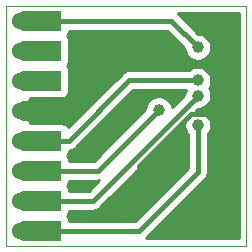
<source format=gbr>
%TF.GenerationSoftware,KiCad,Pcbnew,(5.1.9)-1*%
%TF.CreationDate,2021-06-01T13:49:10+02:00*%
%TF.ProjectId,17_CAN_Controller,31375f43-414e-45f4-936f-6e74726f6c6c,rev?*%
%TF.SameCoordinates,Original*%
%TF.FileFunction,Copper,L2,Bot*%
%TF.FilePolarity,Positive*%
%FSLAX46Y46*%
G04 Gerber Fmt 4.6, Leading zero omitted, Abs format (unit mm)*
G04 Created by KiCad (PCBNEW (5.1.9)-1) date 2021-06-01 13:49:10*
%MOMM*%
%LPD*%
G01*
G04 APERTURE LIST*
%TA.AperFunction,Profile*%
%ADD10C,0.050000*%
%TD*%
%TA.AperFunction,ComponentPad*%
%ADD11C,1.524000*%
%TD*%
%TA.AperFunction,ComponentPad*%
%ADD12C,0.100000*%
%TD*%
%TA.AperFunction,ViaPad*%
%ADD13C,1.000000*%
%TD*%
%TA.AperFunction,Conductor*%
%ADD14C,0.400000*%
%TD*%
%TA.AperFunction,Conductor*%
%ADD15C,0.254000*%
%TD*%
%TA.AperFunction,Conductor*%
%ADD16C,0.100000*%
%TD*%
G04 APERTURE END LIST*
D10*
X100330000Y-82550000D02*
X120650000Y-82550000D01*
X100330000Y-62230000D02*
X101600000Y-62230000D01*
X100330000Y-64770000D02*
X100330000Y-62230000D01*
X100330000Y-72390000D02*
X100330000Y-67310000D01*
X120650000Y-62230000D02*
X120650000Y-82550000D01*
X101600000Y-62230000D02*
X120650000Y-62230000D01*
X100330000Y-80010000D02*
X100330000Y-82550000D01*
X100330000Y-64770000D02*
X100330000Y-67310000D01*
X100330000Y-80010000D02*
X100330000Y-72390000D01*
D11*
%TO.P,J2,1*%
%TO.N,CAN_RX*%
X101600000Y-68580000D03*
%TA.AperFunction,ComponentPad*%
D12*
G36*
X101928132Y-69429917D02*
G01*
X101845251Y-69424703D01*
X101763275Y-69411425D01*
X101682986Y-69390212D01*
X101605149Y-69361265D01*
X101530509Y-69324861D01*
X101459778Y-69281346D01*
X101393631Y-69231138D01*
X101332698Y-69174714D01*
X101277563Y-69112613D01*
X101228750Y-69045429D01*
X101186727Y-68973802D01*
X101151894Y-68898416D01*
X101124583Y-68819990D01*
X101105056Y-68739274D01*
X101093498Y-68657038D01*
X101090021Y-68574066D01*
X101094656Y-68491151D01*
X101107361Y-68409084D01*
X101128013Y-68328648D01*
X101156416Y-68250612D01*
X101192299Y-68175719D01*
X101235318Y-68104686D01*
X101285064Y-68038190D01*
X101341061Y-67976865D01*
X101402775Y-67921297D01*
X101469617Y-67872017D01*
X101540949Y-67829495D01*
X101616090Y-67794136D01*
X101694323Y-67766278D01*
X101774901Y-67746188D01*
X101857055Y-67734057D01*
X101940000Y-67730000D01*
X104990000Y-67730000D01*
X104990000Y-69430000D01*
X101940000Y-69430000D01*
X101928132Y-69429917D01*
G37*
%TD.AperFunction*%
%TD*%
D11*
%TO.P,J3,1*%
%TO.N,GND*%
X101600000Y-71120000D03*
%TA.AperFunction,ComponentPad*%
D12*
G36*
X101928132Y-71969917D02*
G01*
X101845251Y-71964703D01*
X101763275Y-71951425D01*
X101682986Y-71930212D01*
X101605149Y-71901265D01*
X101530509Y-71864861D01*
X101459778Y-71821346D01*
X101393631Y-71771138D01*
X101332698Y-71714714D01*
X101277563Y-71652613D01*
X101228750Y-71585429D01*
X101186727Y-71513802D01*
X101151894Y-71438416D01*
X101124583Y-71359990D01*
X101105056Y-71279274D01*
X101093498Y-71197038D01*
X101090021Y-71114066D01*
X101094656Y-71031151D01*
X101107361Y-70949084D01*
X101128013Y-70868648D01*
X101156416Y-70790612D01*
X101192299Y-70715719D01*
X101235318Y-70644686D01*
X101285064Y-70578190D01*
X101341061Y-70516865D01*
X101402775Y-70461297D01*
X101469617Y-70412017D01*
X101540949Y-70369495D01*
X101616090Y-70334136D01*
X101694323Y-70306278D01*
X101774901Y-70286188D01*
X101857055Y-70274057D01*
X101940000Y-70270000D01*
X104990000Y-70270000D01*
X104990000Y-71970000D01*
X101940000Y-71970000D01*
X101928132Y-71969917D01*
G37*
%TD.AperFunction*%
%TD*%
D11*
%TO.P,J5,1*%
%TO.N,5V*%
X101600000Y-63500000D03*
%TA.AperFunction,ComponentPad*%
D12*
G36*
X101928132Y-64349917D02*
G01*
X101845251Y-64344703D01*
X101763275Y-64331425D01*
X101682986Y-64310212D01*
X101605149Y-64281265D01*
X101530509Y-64244861D01*
X101459778Y-64201346D01*
X101393631Y-64151138D01*
X101332698Y-64094714D01*
X101277563Y-64032613D01*
X101228750Y-63965429D01*
X101186727Y-63893802D01*
X101151894Y-63818416D01*
X101124583Y-63739990D01*
X101105056Y-63659274D01*
X101093498Y-63577038D01*
X101090021Y-63494066D01*
X101094656Y-63411151D01*
X101107361Y-63329084D01*
X101128013Y-63248648D01*
X101156416Y-63170612D01*
X101192299Y-63095719D01*
X101235318Y-63024686D01*
X101285064Y-62958190D01*
X101341061Y-62896865D01*
X101402775Y-62841297D01*
X101469617Y-62792017D01*
X101540949Y-62749495D01*
X101616090Y-62714136D01*
X101694323Y-62686278D01*
X101774901Y-62666188D01*
X101857055Y-62654057D01*
X101940000Y-62650000D01*
X104990000Y-62650000D01*
X104990000Y-64350000D01*
X101940000Y-64350000D01*
X101928132Y-64349917D01*
G37*
%TD.AperFunction*%
%TD*%
D11*
%TO.P,J1,1*%
%TO.N,CAN_TX*%
X101600000Y-66040000D03*
%TA.AperFunction,ComponentPad*%
D12*
G36*
X101928132Y-66889917D02*
G01*
X101845251Y-66884703D01*
X101763275Y-66871425D01*
X101682986Y-66850212D01*
X101605149Y-66821265D01*
X101530509Y-66784861D01*
X101459778Y-66741346D01*
X101393631Y-66691138D01*
X101332698Y-66634714D01*
X101277563Y-66572613D01*
X101228750Y-66505429D01*
X101186727Y-66433802D01*
X101151894Y-66358416D01*
X101124583Y-66279990D01*
X101105056Y-66199274D01*
X101093498Y-66117038D01*
X101090021Y-66034066D01*
X101094656Y-65951151D01*
X101107361Y-65869084D01*
X101128013Y-65788648D01*
X101156416Y-65710612D01*
X101192299Y-65635719D01*
X101235318Y-65564686D01*
X101285064Y-65498190D01*
X101341061Y-65436865D01*
X101402775Y-65381297D01*
X101469617Y-65332017D01*
X101540949Y-65289495D01*
X101616090Y-65254136D01*
X101694323Y-65226278D01*
X101774901Y-65206188D01*
X101857055Y-65194057D01*
X101940000Y-65190000D01*
X104990000Y-65190000D01*
X104990000Y-66890000D01*
X101940000Y-66890000D01*
X101928132Y-66889917D01*
G37*
%TD.AperFunction*%
%TD*%
D11*
%TO.P,J8,1*%
%TO.N,MISO*%
X101600000Y-78740000D03*
%TA.AperFunction,ComponentPad*%
D12*
G36*
X101928132Y-79589917D02*
G01*
X101845251Y-79584703D01*
X101763275Y-79571425D01*
X101682986Y-79550212D01*
X101605149Y-79521265D01*
X101530509Y-79484861D01*
X101459778Y-79441346D01*
X101393631Y-79391138D01*
X101332698Y-79334714D01*
X101277563Y-79272613D01*
X101228750Y-79205429D01*
X101186727Y-79133802D01*
X101151894Y-79058416D01*
X101124583Y-78979990D01*
X101105056Y-78899274D01*
X101093498Y-78817038D01*
X101090021Y-78734066D01*
X101094656Y-78651151D01*
X101107361Y-78569084D01*
X101128013Y-78488648D01*
X101156416Y-78410612D01*
X101192299Y-78335719D01*
X101235318Y-78264686D01*
X101285064Y-78198190D01*
X101341061Y-78136865D01*
X101402775Y-78081297D01*
X101469617Y-78032017D01*
X101540949Y-77989495D01*
X101616090Y-77954136D01*
X101694323Y-77926278D01*
X101774901Y-77906188D01*
X101857055Y-77894057D01*
X101940000Y-77890000D01*
X104990000Y-77890000D01*
X104990000Y-79590000D01*
X101940000Y-79590000D01*
X101928132Y-79589917D01*
G37*
%TD.AperFunction*%
%TD*%
D11*
%TO.P,J9,1*%
%TO.N,SCK*%
X101600000Y-81280000D03*
%TA.AperFunction,ComponentPad*%
D12*
G36*
X101928132Y-82129917D02*
G01*
X101845251Y-82124703D01*
X101763275Y-82111425D01*
X101682986Y-82090212D01*
X101605149Y-82061265D01*
X101530509Y-82024861D01*
X101459778Y-81981346D01*
X101393631Y-81931138D01*
X101332698Y-81874714D01*
X101277563Y-81812613D01*
X101228750Y-81745429D01*
X101186727Y-81673802D01*
X101151894Y-81598416D01*
X101124583Y-81519990D01*
X101105056Y-81439274D01*
X101093498Y-81357038D01*
X101090021Y-81274066D01*
X101094656Y-81191151D01*
X101107361Y-81109084D01*
X101128013Y-81028648D01*
X101156416Y-80950612D01*
X101192299Y-80875719D01*
X101235318Y-80804686D01*
X101285064Y-80738190D01*
X101341061Y-80676865D01*
X101402775Y-80621297D01*
X101469617Y-80572017D01*
X101540949Y-80529495D01*
X101616090Y-80494136D01*
X101694323Y-80466278D01*
X101774901Y-80446188D01*
X101857055Y-80434057D01*
X101940000Y-80430000D01*
X104990000Y-80430000D01*
X104990000Y-82130000D01*
X101940000Y-82130000D01*
X101928132Y-82129917D01*
G37*
%TD.AperFunction*%
%TD*%
D11*
%TO.P,J6,1*%
%TO.N,CS*%
X101600000Y-73660000D03*
%TA.AperFunction,ComponentPad*%
D12*
G36*
X101928132Y-74509917D02*
G01*
X101845251Y-74504703D01*
X101763275Y-74491425D01*
X101682986Y-74470212D01*
X101605149Y-74441265D01*
X101530509Y-74404861D01*
X101459778Y-74361346D01*
X101393631Y-74311138D01*
X101332698Y-74254714D01*
X101277563Y-74192613D01*
X101228750Y-74125429D01*
X101186727Y-74053802D01*
X101151894Y-73978416D01*
X101124583Y-73899990D01*
X101105056Y-73819274D01*
X101093498Y-73737038D01*
X101090021Y-73654066D01*
X101094656Y-73571151D01*
X101107361Y-73489084D01*
X101128013Y-73408648D01*
X101156416Y-73330612D01*
X101192299Y-73255719D01*
X101235318Y-73184686D01*
X101285064Y-73118190D01*
X101341061Y-73056865D01*
X101402775Y-73001297D01*
X101469617Y-72952017D01*
X101540949Y-72909495D01*
X101616090Y-72874136D01*
X101694323Y-72846278D01*
X101774901Y-72826188D01*
X101857055Y-72814057D01*
X101940000Y-72810000D01*
X104990000Y-72810000D01*
X104990000Y-74510000D01*
X101940000Y-74510000D01*
X101928132Y-74509917D01*
G37*
%TD.AperFunction*%
%TD*%
D11*
%TO.P,J7,1*%
%TO.N,MOSI*%
X101600000Y-76200000D03*
%TA.AperFunction,ComponentPad*%
D12*
G36*
X101928132Y-77049917D02*
G01*
X101845251Y-77044703D01*
X101763275Y-77031425D01*
X101682986Y-77010212D01*
X101605149Y-76981265D01*
X101530509Y-76944861D01*
X101459778Y-76901346D01*
X101393631Y-76851138D01*
X101332698Y-76794714D01*
X101277563Y-76732613D01*
X101228750Y-76665429D01*
X101186727Y-76593802D01*
X101151894Y-76518416D01*
X101124583Y-76439990D01*
X101105056Y-76359274D01*
X101093498Y-76277038D01*
X101090021Y-76194066D01*
X101094656Y-76111151D01*
X101107361Y-76029084D01*
X101128013Y-75948648D01*
X101156416Y-75870612D01*
X101192299Y-75795719D01*
X101235318Y-75724686D01*
X101285064Y-75658190D01*
X101341061Y-75596865D01*
X101402775Y-75541297D01*
X101469617Y-75492017D01*
X101540949Y-75449495D01*
X101616090Y-75414136D01*
X101694323Y-75386278D01*
X101774901Y-75366188D01*
X101857055Y-75354057D01*
X101940000Y-75350000D01*
X104990000Y-75350000D01*
X104990000Y-77050000D01*
X101940000Y-77050000D01*
X101928132Y-77049917D01*
G37*
%TD.AperFunction*%
%TD*%
D13*
%TO.N,GND*%
X116740000Y-81040000D03*
X115840000Y-63340000D03*
X111590000Y-76590000D03*
X106540000Y-74840000D03*
X106540000Y-77540000D03*
X106540000Y-80140000D03*
%TO.N,5V*%
X116540000Y-65740000D03*
%TO.N,CS*%
X116540000Y-68540000D03*
%TO.N,MOSI*%
X113240000Y-71040000D03*
%TO.N,MISO*%
X116540000Y-69840000D03*
%TO.N,SCK*%
X116540000Y-72340000D03*
%TD*%
D14*
%TO.N,GND*%
X116740000Y-81040000D02*
X118140000Y-81040000D01*
X118140000Y-81040000D02*
X119240000Y-79940000D01*
X119240000Y-65040000D02*
X118140000Y-63940000D01*
X116440000Y-63940000D02*
X115840000Y-63340000D01*
X118140000Y-63940000D02*
X116440000Y-63940000D01*
X111590000Y-76590000D02*
X111590000Y-75790000D01*
X119140001Y-71439999D02*
X119240000Y-71340000D01*
X115940001Y-71439999D02*
X119140001Y-71439999D01*
X111590000Y-75790000D02*
X115940001Y-71439999D01*
X119240000Y-79940000D02*
X119240000Y-71340000D01*
X104140000Y-71120000D02*
X106060000Y-71120000D01*
X109840000Y-67340000D02*
X119240000Y-67340000D01*
X106060000Y-71120000D02*
X109840000Y-67340000D01*
X119240000Y-67340000D02*
X119240000Y-65040000D01*
X119240000Y-71340000D02*
X119240000Y-67340000D01*
%TO.N,5V*%
X114300000Y-63500000D02*
X104140000Y-63500000D01*
X116540000Y-65740000D02*
X114300000Y-63500000D01*
%TO.N,CS*%
X105620000Y-73660000D02*
X104140000Y-73660000D01*
X110740000Y-68540000D02*
X105620000Y-73660000D01*
X116540000Y-68540000D02*
X110740000Y-68540000D01*
%TO.N,MOSI*%
X108080000Y-76200000D02*
X104140000Y-76200000D01*
X113240000Y-71040000D02*
X108080000Y-76200000D01*
%TO.N,MISO*%
X107640000Y-78740000D02*
X104140000Y-78740000D01*
X116540000Y-69840000D02*
X107640000Y-78740000D01*
%TO.N,SCK*%
X107600000Y-81280000D02*
X104140000Y-81280000D01*
X116540000Y-72340000D02*
X116540000Y-76340000D01*
X111600000Y-81280000D02*
X107600000Y-81280000D01*
X116540000Y-76340000D02*
X111600000Y-81280000D01*
%TD*%
D15*
%TO.N,GND*%
X119990001Y-81890000D02*
X112172931Y-81890000D01*
X112193291Y-81873291D01*
X112219446Y-81841421D01*
X117101427Y-76959441D01*
X117133291Y-76933291D01*
X117237636Y-76806146D01*
X117315172Y-76661087D01*
X117362918Y-76503689D01*
X117375000Y-76381019D01*
X117379040Y-76340000D01*
X117375000Y-76298982D01*
X117375000Y-73110132D01*
X117421612Y-73063520D01*
X117545824Y-72877624D01*
X117631383Y-72671067D01*
X117675000Y-72451788D01*
X117675000Y-72228212D01*
X117631383Y-72008933D01*
X117545824Y-71802376D01*
X117421612Y-71616480D01*
X117263520Y-71458388D01*
X117077624Y-71334176D01*
X116871067Y-71248617D01*
X116651788Y-71205000D01*
X116428212Y-71205000D01*
X116337906Y-71222963D01*
X116585869Y-70975000D01*
X116651788Y-70975000D01*
X116871067Y-70931383D01*
X117077624Y-70845824D01*
X117263520Y-70721612D01*
X117421612Y-70563520D01*
X117545824Y-70377624D01*
X117631383Y-70171067D01*
X117675000Y-69951788D01*
X117675000Y-69728212D01*
X117631383Y-69508933D01*
X117545824Y-69302376D01*
X117470737Y-69190000D01*
X117545824Y-69077624D01*
X117631383Y-68871067D01*
X117675000Y-68651788D01*
X117675000Y-68428212D01*
X117631383Y-68208933D01*
X117545824Y-68002376D01*
X117421612Y-67816480D01*
X117263520Y-67658388D01*
X117077624Y-67534176D01*
X116871067Y-67448617D01*
X116651788Y-67405000D01*
X116428212Y-67405000D01*
X116208933Y-67448617D01*
X116002376Y-67534176D01*
X115816480Y-67658388D01*
X115769868Y-67705000D01*
X110781007Y-67705000D01*
X110739999Y-67700961D01*
X110698991Y-67705000D01*
X110698981Y-67705000D01*
X110576311Y-67717082D01*
X110418913Y-67764828D01*
X110273854Y-67842364D01*
X110146709Y-67946709D01*
X110120559Y-67978573D01*
X105563413Y-72535720D01*
X105520537Y-72455506D01*
X105441185Y-72358815D01*
X105344494Y-72279463D01*
X105234180Y-72220498D01*
X105114482Y-72184188D01*
X104990000Y-72171928D01*
X102361867Y-72171928D01*
X102385960Y-72085565D01*
X101600000Y-71299605D01*
X101585858Y-71313748D01*
X101406253Y-71134143D01*
X101420395Y-71120000D01*
X101779605Y-71120000D01*
X102565565Y-71905960D01*
X102805656Y-71838980D01*
X102922756Y-71589952D01*
X102989023Y-71322865D01*
X103001910Y-71047983D01*
X102960922Y-70775867D01*
X102867636Y-70516977D01*
X102805656Y-70401020D01*
X102565565Y-70334040D01*
X101779605Y-71120000D01*
X101420395Y-71120000D01*
X101406253Y-71105858D01*
X101585858Y-70926253D01*
X101600000Y-70940395D01*
X102385960Y-70154435D01*
X102361867Y-70068072D01*
X104990000Y-70068072D01*
X105114482Y-70055812D01*
X105234180Y-70019502D01*
X105344494Y-69960537D01*
X105441185Y-69881185D01*
X105520537Y-69784494D01*
X105579502Y-69674180D01*
X105615812Y-69554482D01*
X105628072Y-69430000D01*
X105628072Y-67730000D01*
X105615812Y-67605518D01*
X105579502Y-67485820D01*
X105520537Y-67375506D01*
X105466778Y-67310000D01*
X105520537Y-67244494D01*
X105579502Y-67134180D01*
X105615812Y-67014482D01*
X105628072Y-66890000D01*
X105628072Y-65190000D01*
X105615812Y-65065518D01*
X105579502Y-64945820D01*
X105520537Y-64835506D01*
X105466778Y-64770000D01*
X105520537Y-64704494D01*
X105579502Y-64594180D01*
X105615812Y-64474482D01*
X105628072Y-64350000D01*
X105628072Y-64335000D01*
X113954133Y-64335000D01*
X115405000Y-65785868D01*
X115405000Y-65851788D01*
X115448617Y-66071067D01*
X115534176Y-66277624D01*
X115658388Y-66463520D01*
X115816480Y-66621612D01*
X116002376Y-66745824D01*
X116208933Y-66831383D01*
X116428212Y-66875000D01*
X116651788Y-66875000D01*
X116871067Y-66831383D01*
X117077624Y-66745824D01*
X117263520Y-66621612D01*
X117421612Y-66463520D01*
X117545824Y-66277624D01*
X117631383Y-66071067D01*
X117675000Y-65851788D01*
X117675000Y-65628212D01*
X117631383Y-65408933D01*
X117545824Y-65202376D01*
X117421612Y-65016480D01*
X117263520Y-64858388D01*
X117077624Y-64734176D01*
X116871067Y-64648617D01*
X116651788Y-64605000D01*
X116585868Y-64605000D01*
X114919446Y-62938579D01*
X114893291Y-62906709D01*
X114872931Y-62890000D01*
X119990000Y-62890000D01*
X119990001Y-81890000D01*
%TA.AperFunction,Conductor*%
D16*
G36*
X119990001Y-81890000D02*
G01*
X112172931Y-81890000D01*
X112193291Y-81873291D01*
X112219446Y-81841421D01*
X117101427Y-76959441D01*
X117133291Y-76933291D01*
X117237636Y-76806146D01*
X117315172Y-76661087D01*
X117362918Y-76503689D01*
X117375000Y-76381019D01*
X117379040Y-76340000D01*
X117375000Y-76298982D01*
X117375000Y-73110132D01*
X117421612Y-73063520D01*
X117545824Y-72877624D01*
X117631383Y-72671067D01*
X117675000Y-72451788D01*
X117675000Y-72228212D01*
X117631383Y-72008933D01*
X117545824Y-71802376D01*
X117421612Y-71616480D01*
X117263520Y-71458388D01*
X117077624Y-71334176D01*
X116871067Y-71248617D01*
X116651788Y-71205000D01*
X116428212Y-71205000D01*
X116337906Y-71222963D01*
X116585869Y-70975000D01*
X116651788Y-70975000D01*
X116871067Y-70931383D01*
X117077624Y-70845824D01*
X117263520Y-70721612D01*
X117421612Y-70563520D01*
X117545824Y-70377624D01*
X117631383Y-70171067D01*
X117675000Y-69951788D01*
X117675000Y-69728212D01*
X117631383Y-69508933D01*
X117545824Y-69302376D01*
X117470737Y-69190000D01*
X117545824Y-69077624D01*
X117631383Y-68871067D01*
X117675000Y-68651788D01*
X117675000Y-68428212D01*
X117631383Y-68208933D01*
X117545824Y-68002376D01*
X117421612Y-67816480D01*
X117263520Y-67658388D01*
X117077624Y-67534176D01*
X116871067Y-67448617D01*
X116651788Y-67405000D01*
X116428212Y-67405000D01*
X116208933Y-67448617D01*
X116002376Y-67534176D01*
X115816480Y-67658388D01*
X115769868Y-67705000D01*
X110781007Y-67705000D01*
X110739999Y-67700961D01*
X110698991Y-67705000D01*
X110698981Y-67705000D01*
X110576311Y-67717082D01*
X110418913Y-67764828D01*
X110273854Y-67842364D01*
X110146709Y-67946709D01*
X110120559Y-67978573D01*
X105563413Y-72535720D01*
X105520537Y-72455506D01*
X105441185Y-72358815D01*
X105344494Y-72279463D01*
X105234180Y-72220498D01*
X105114482Y-72184188D01*
X104990000Y-72171928D01*
X102361867Y-72171928D01*
X102385960Y-72085565D01*
X101600000Y-71299605D01*
X101585858Y-71313748D01*
X101406253Y-71134143D01*
X101420395Y-71120000D01*
X101779605Y-71120000D01*
X102565565Y-71905960D01*
X102805656Y-71838980D01*
X102922756Y-71589952D01*
X102989023Y-71322865D01*
X103001910Y-71047983D01*
X102960922Y-70775867D01*
X102867636Y-70516977D01*
X102805656Y-70401020D01*
X102565565Y-70334040D01*
X101779605Y-71120000D01*
X101420395Y-71120000D01*
X101406253Y-71105858D01*
X101585858Y-70926253D01*
X101600000Y-70940395D01*
X102385960Y-70154435D01*
X102361867Y-70068072D01*
X104990000Y-70068072D01*
X105114482Y-70055812D01*
X105234180Y-70019502D01*
X105344494Y-69960537D01*
X105441185Y-69881185D01*
X105520537Y-69784494D01*
X105579502Y-69674180D01*
X105615812Y-69554482D01*
X105628072Y-69430000D01*
X105628072Y-67730000D01*
X105615812Y-67605518D01*
X105579502Y-67485820D01*
X105520537Y-67375506D01*
X105466778Y-67310000D01*
X105520537Y-67244494D01*
X105579502Y-67134180D01*
X105615812Y-67014482D01*
X105628072Y-66890000D01*
X105628072Y-65190000D01*
X105615812Y-65065518D01*
X105579502Y-64945820D01*
X105520537Y-64835506D01*
X105466778Y-64770000D01*
X105520537Y-64704494D01*
X105579502Y-64594180D01*
X105615812Y-64474482D01*
X105628072Y-64350000D01*
X105628072Y-64335000D01*
X113954133Y-64335000D01*
X115405000Y-65785868D01*
X115405000Y-65851788D01*
X115448617Y-66071067D01*
X115534176Y-66277624D01*
X115658388Y-66463520D01*
X115816480Y-66621612D01*
X116002376Y-66745824D01*
X116208933Y-66831383D01*
X116428212Y-66875000D01*
X116651788Y-66875000D01*
X116871067Y-66831383D01*
X117077624Y-66745824D01*
X117263520Y-66621612D01*
X117421612Y-66463520D01*
X117545824Y-66277624D01*
X117631383Y-66071067D01*
X117675000Y-65851788D01*
X117675000Y-65628212D01*
X117631383Y-65408933D01*
X117545824Y-65202376D01*
X117421612Y-65016480D01*
X117263520Y-64858388D01*
X117077624Y-64734176D01*
X116871067Y-64648617D01*
X116651788Y-64605000D01*
X116585868Y-64605000D01*
X114919446Y-62938579D01*
X114893291Y-62906709D01*
X114872931Y-62890000D01*
X119990000Y-62890000D01*
X119990001Y-81890000D01*
G37*
%TD.AperFunction*%
D15*
X115405000Y-72228212D02*
X115405000Y-72451788D01*
X115448617Y-72671067D01*
X115534176Y-72877624D01*
X115658388Y-73063520D01*
X115705000Y-73110132D01*
X115705001Y-75994131D01*
X111254133Y-80445000D01*
X105628072Y-80445000D01*
X105628072Y-80430000D01*
X105615812Y-80305518D01*
X105579502Y-80185820D01*
X105520537Y-80075506D01*
X105466778Y-80010000D01*
X105520537Y-79944494D01*
X105579502Y-79834180D01*
X105615812Y-79714482D01*
X105628072Y-79590000D01*
X105628072Y-79575000D01*
X107598982Y-79575000D01*
X107640000Y-79579040D01*
X107681018Y-79575000D01*
X107681019Y-79575000D01*
X107803689Y-79562918D01*
X107961087Y-79515172D01*
X108106146Y-79437636D01*
X108233291Y-79333291D01*
X108259446Y-79301421D01*
X115422963Y-72137906D01*
X115405000Y-72228212D01*
%TA.AperFunction,Conductor*%
D16*
G36*
X115405000Y-72228212D02*
G01*
X115405000Y-72451788D01*
X115448617Y-72671067D01*
X115534176Y-72877624D01*
X115658388Y-73063520D01*
X115705000Y-73110132D01*
X115705001Y-75994131D01*
X111254133Y-80445000D01*
X105628072Y-80445000D01*
X105628072Y-80430000D01*
X105615812Y-80305518D01*
X105579502Y-80185820D01*
X105520537Y-80075506D01*
X105466778Y-80010000D01*
X105520537Y-79944494D01*
X105579502Y-79834180D01*
X105615812Y-79714482D01*
X105628072Y-79590000D01*
X105628072Y-79575000D01*
X107598982Y-79575000D01*
X107640000Y-79579040D01*
X107681018Y-79575000D01*
X107681019Y-79575000D01*
X107803689Y-79562918D01*
X107961087Y-79515172D01*
X108106146Y-79437636D01*
X108233291Y-79333291D01*
X108259446Y-79301421D01*
X115422963Y-72137906D01*
X115405000Y-72228212D01*
G37*
%TD.AperFunction*%
D15*
X107294133Y-77905000D02*
X105628072Y-77905000D01*
X105628072Y-77890000D01*
X105615812Y-77765518D01*
X105579502Y-77645820D01*
X105520537Y-77535506D01*
X105466778Y-77470000D01*
X105520537Y-77404494D01*
X105579502Y-77294180D01*
X105615812Y-77174482D01*
X105628072Y-77050000D01*
X105628072Y-77035000D01*
X108038982Y-77035000D01*
X108080000Y-77039040D01*
X108121018Y-77035000D01*
X108121019Y-77035000D01*
X108168843Y-77030290D01*
X107294133Y-77905000D01*
%TA.AperFunction,Conductor*%
D16*
G36*
X107294133Y-77905000D02*
G01*
X105628072Y-77905000D01*
X105628072Y-77890000D01*
X105615812Y-77765518D01*
X105579502Y-77645820D01*
X105520537Y-77535506D01*
X105466778Y-77470000D01*
X105520537Y-77404494D01*
X105579502Y-77294180D01*
X105615812Y-77174482D01*
X105628072Y-77050000D01*
X105628072Y-77035000D01*
X108038982Y-77035000D01*
X108080000Y-77039040D01*
X108121018Y-77035000D01*
X108121019Y-77035000D01*
X108168843Y-77030290D01*
X107294133Y-77905000D01*
G37*
%TD.AperFunction*%
D15*
X115448617Y-69508933D02*
X115405000Y-69728212D01*
X115405000Y-69794131D01*
X114357732Y-70841399D01*
X114331383Y-70708933D01*
X114245824Y-70502376D01*
X114121612Y-70316480D01*
X113963520Y-70158388D01*
X113777624Y-70034176D01*
X113571067Y-69948617D01*
X113351788Y-69905000D01*
X113128212Y-69905000D01*
X112908933Y-69948617D01*
X112702376Y-70034176D01*
X112516480Y-70158388D01*
X112358388Y-70316480D01*
X112234176Y-70502376D01*
X112148617Y-70708933D01*
X112105000Y-70928212D01*
X112105000Y-70994132D01*
X107734133Y-75365000D01*
X105628072Y-75365000D01*
X105628072Y-75350000D01*
X105615812Y-75225518D01*
X105579502Y-75105820D01*
X105520537Y-74995506D01*
X105466778Y-74930000D01*
X105520537Y-74864494D01*
X105579502Y-74754180D01*
X105615812Y-74634482D01*
X105628072Y-74510000D01*
X105628072Y-74498245D01*
X105661018Y-74495000D01*
X105661019Y-74495000D01*
X105783689Y-74482918D01*
X105941087Y-74435172D01*
X106086146Y-74357636D01*
X106213291Y-74253291D01*
X106239446Y-74221421D01*
X111085868Y-69375000D01*
X115504094Y-69375000D01*
X115448617Y-69508933D01*
%TA.AperFunction,Conductor*%
D16*
G36*
X115448617Y-69508933D02*
G01*
X115405000Y-69728212D01*
X115405000Y-69794131D01*
X114357732Y-70841399D01*
X114331383Y-70708933D01*
X114245824Y-70502376D01*
X114121612Y-70316480D01*
X113963520Y-70158388D01*
X113777624Y-70034176D01*
X113571067Y-69948617D01*
X113351788Y-69905000D01*
X113128212Y-69905000D01*
X112908933Y-69948617D01*
X112702376Y-70034176D01*
X112516480Y-70158388D01*
X112358388Y-70316480D01*
X112234176Y-70502376D01*
X112148617Y-70708933D01*
X112105000Y-70928212D01*
X112105000Y-70994132D01*
X107734133Y-75365000D01*
X105628072Y-75365000D01*
X105628072Y-75350000D01*
X105615812Y-75225518D01*
X105579502Y-75105820D01*
X105520537Y-74995506D01*
X105466778Y-74930000D01*
X105520537Y-74864494D01*
X105579502Y-74754180D01*
X105615812Y-74634482D01*
X105628072Y-74510000D01*
X105628072Y-74498245D01*
X105661018Y-74495000D01*
X105661019Y-74495000D01*
X105783689Y-74482918D01*
X105941087Y-74435172D01*
X106086146Y-74357636D01*
X106213291Y-74253291D01*
X106239446Y-74221421D01*
X111085868Y-69375000D01*
X115504094Y-69375000D01*
X115448617Y-69508933D01*
G37*
%TD.AperFunction*%
%TD*%
M02*

</source>
